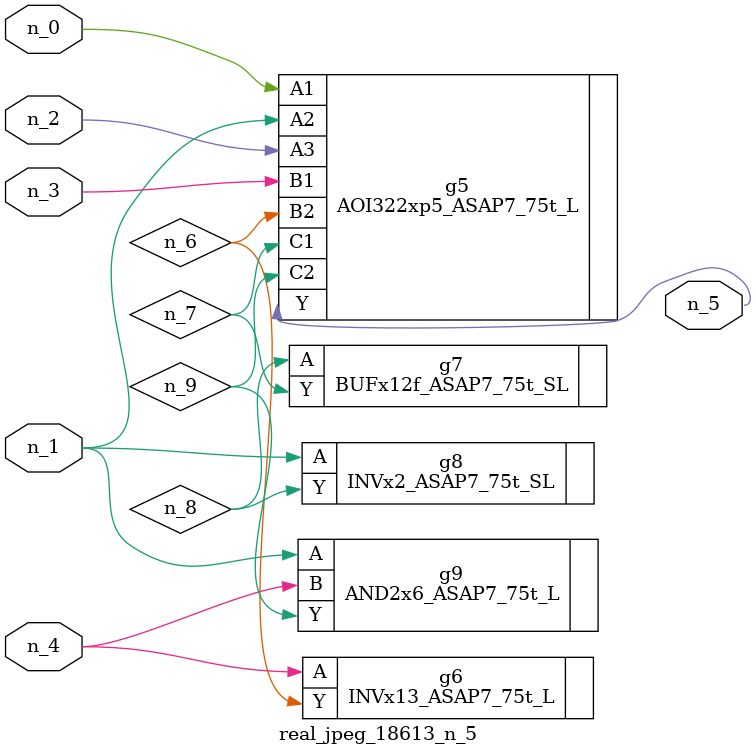
<source format=v>
module real_jpeg_18613_n_5 (n_4, n_0, n_1, n_2, n_3, n_5);

input n_4;
input n_0;
input n_1;
input n_2;
input n_3;

output n_5;

wire n_8;
wire n_6;
wire n_7;
wire n_9;

AOI322xp5_ASAP7_75t_L g5 ( 
.A1(n_0),
.A2(n_1),
.A3(n_2),
.B1(n_3),
.B2(n_6),
.C1(n_7),
.C2(n_9),
.Y(n_5)
);

INVx2_ASAP7_75t_SL g8 ( 
.A(n_1),
.Y(n_8)
);

AND2x6_ASAP7_75t_L g9 ( 
.A(n_1),
.B(n_4),
.Y(n_9)
);

INVx13_ASAP7_75t_L g6 ( 
.A(n_4),
.Y(n_6)
);

BUFx12f_ASAP7_75t_SL g7 ( 
.A(n_8),
.Y(n_7)
);


endmodule
</source>
